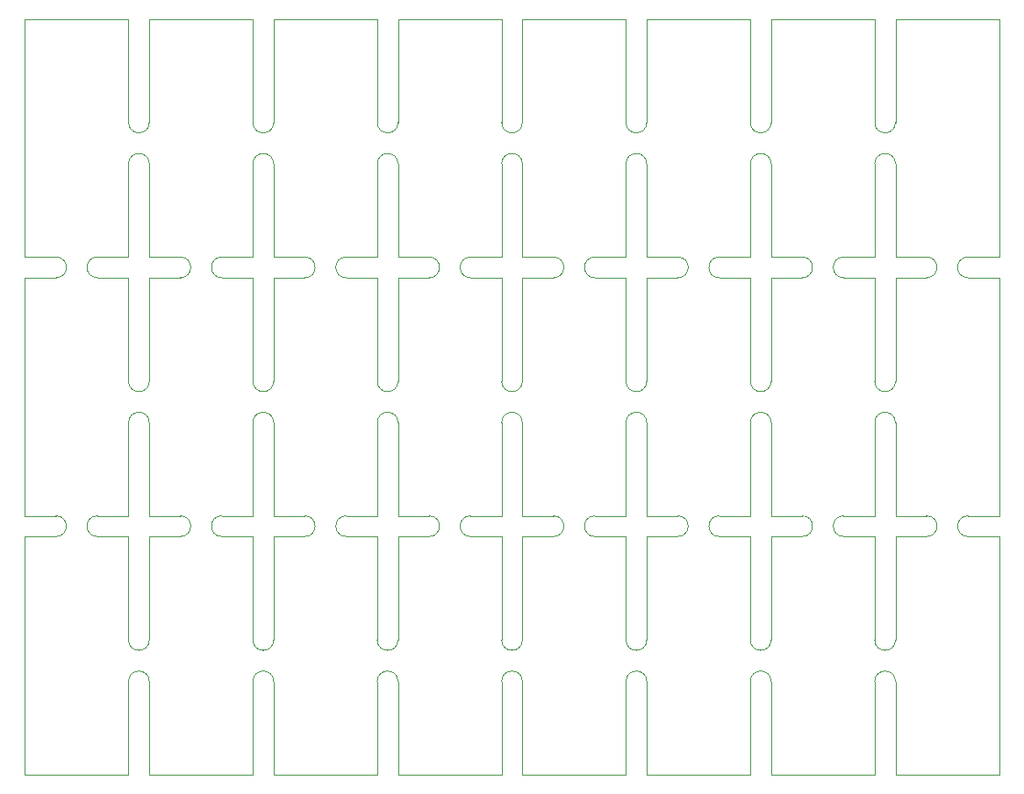
<source format=gbr>
%TF.GenerationSoftware,KiCad,Pcbnew,(6.0.0-0)*%
%TF.CreationDate,2022-11-30T22:12:17-05:00*%
%TF.ProjectId,AudioJack-Breakout,41756469-6f4a-4616-936b-2d427265616b,rev?*%
%TF.SameCoordinates,Original*%
%TF.FileFunction,Profile,NP*%
%FSLAX46Y46*%
G04 Gerber Fmt 4.6, Leading zero omitted, Abs format (unit mm)*
G04 Created by KiCad (PCBNEW (6.0.0-0)) date 2022-11-30 22:12:17*
%MOMM*%
%LPD*%
G01*
G04 APERTURE LIST*
%TA.AperFunction,Profile*%
%ADD10C,0.100000*%
%TD*%
G04 APERTURE END LIST*
D10*
X195000000Y-126000000D02*
X195000000Y-130000000D01*
X195000000Y-101000000D02*
X195000000Y-105000000D01*
X195000000Y-76000000D02*
X195000000Y-80000000D01*
X101000000Y-76000000D02*
X101000000Y-80000000D01*
X101000000Y-101000000D02*
X101000000Y-105000000D01*
X101000000Y-126000000D02*
X101000000Y-130000000D01*
X104000000Y-139000000D02*
X108000000Y-139000000D01*
X116000000Y-139000000D02*
X120000000Y-139000000D01*
X128000000Y-139000000D02*
X132000000Y-139000000D01*
X140000000Y-139000000D02*
X144000000Y-139000000D01*
X152000000Y-139000000D02*
X156000000Y-139000000D01*
X164000000Y-139000000D02*
X168000000Y-139000000D01*
X176000000Y-139000000D02*
X180000000Y-139000000D01*
X188000000Y-139000000D02*
X192000000Y-139000000D01*
X188000000Y-66000000D02*
X192000000Y-66000000D01*
X176000000Y-66000000D02*
X180000000Y-66000000D01*
X164000000Y-66000000D02*
X168000000Y-66000000D01*
X152000000Y-66000000D02*
X156000000Y-66000000D01*
X140000000Y-66000000D02*
X144000000Y-66000000D01*
X128000000Y-66000000D02*
X132000000Y-66000000D01*
X116000000Y-66000000D02*
X120000000Y-66000000D01*
X104000000Y-66000000D02*
X108000000Y-66000000D01*
X192000000Y-139000000D02*
X195000000Y-139000000D01*
X185000000Y-130000000D02*
X185000000Y-139000000D01*
X185000000Y-139000000D02*
X188000000Y-139000000D01*
X195000000Y-126000000D02*
X195000000Y-116000000D01*
X195000000Y-116000000D02*
X192000000Y-116000000D01*
X195000000Y-139000000D02*
X195000000Y-130000000D01*
X188000000Y-116000000D02*
X185000000Y-116000000D01*
X185000000Y-116000000D02*
X185000000Y-126000000D01*
X180000000Y-139000000D02*
X183000000Y-139000000D01*
X173000000Y-130000000D02*
X173000000Y-139000000D01*
X173000000Y-139000000D02*
X176000000Y-139000000D01*
X183000000Y-126000000D02*
X183000000Y-116000000D01*
X183000000Y-116000000D02*
X180000000Y-116000000D01*
X183000000Y-139000000D02*
X183000000Y-130000000D01*
X176000000Y-116000000D02*
X173000000Y-116000000D01*
X173000000Y-116000000D02*
X173000000Y-126000000D01*
X168000000Y-139000000D02*
X171000000Y-139000000D01*
X161000000Y-130000000D02*
X161000000Y-139000000D01*
X161000000Y-139000000D02*
X164000000Y-139000000D01*
X171000000Y-126000000D02*
X171000000Y-116000000D01*
X171000000Y-116000000D02*
X168000000Y-116000000D01*
X171000000Y-139000000D02*
X171000000Y-130000000D01*
X164000000Y-116000000D02*
X161000000Y-116000000D01*
X161000000Y-116000000D02*
X161000000Y-126000000D01*
X156000000Y-139000000D02*
X159000000Y-139000000D01*
X149000000Y-130000000D02*
X149000000Y-139000000D01*
X149000000Y-139000000D02*
X152000000Y-139000000D01*
X159000000Y-126000000D02*
X159000000Y-116000000D01*
X159000000Y-116000000D02*
X156000000Y-116000000D01*
X159000000Y-139000000D02*
X159000000Y-130000000D01*
X152000000Y-116000000D02*
X149000000Y-116000000D01*
X149000000Y-116000000D02*
X149000000Y-126000000D01*
X144000000Y-139000000D02*
X147000000Y-139000000D01*
X137000000Y-130000000D02*
X137000000Y-139000000D01*
X137000000Y-139000000D02*
X140000000Y-139000000D01*
X147000000Y-126000000D02*
X147000000Y-116000000D01*
X147000000Y-116000000D02*
X144000000Y-116000000D01*
X147000000Y-139000000D02*
X147000000Y-130000000D01*
X140000000Y-116000000D02*
X137000000Y-116000000D01*
X137000000Y-116000000D02*
X137000000Y-126000000D01*
X132000000Y-139000000D02*
X135000000Y-139000000D01*
X125000000Y-130000000D02*
X125000000Y-139000000D01*
X125000000Y-139000000D02*
X128000000Y-139000000D01*
X135000000Y-126000000D02*
X135000000Y-116000000D01*
X135000000Y-116000000D02*
X132000000Y-116000000D01*
X135000000Y-139000000D02*
X135000000Y-130000000D01*
X128000000Y-116000000D02*
X125000000Y-116000000D01*
X125000000Y-116000000D02*
X125000000Y-126000000D01*
X120000000Y-139000000D02*
X123000000Y-139000000D01*
X113000000Y-130000000D02*
X113000000Y-139000000D01*
X113000000Y-139000000D02*
X116000000Y-139000000D01*
X123000000Y-126000000D02*
X123000000Y-116000000D01*
X123000000Y-116000000D02*
X120000000Y-116000000D01*
X123000000Y-139000000D02*
X123000000Y-130000000D01*
X116000000Y-116000000D02*
X113000000Y-116000000D01*
X113000000Y-116000000D02*
X113000000Y-126000000D01*
X108000000Y-139000000D02*
X111000000Y-139000000D01*
X101000000Y-130000000D02*
X101000000Y-139000000D01*
X101000000Y-139000000D02*
X104000000Y-139000000D01*
X111000000Y-126000000D02*
X111000000Y-116000000D01*
X111000000Y-116000000D02*
X108000000Y-116000000D01*
X111000000Y-139000000D02*
X111000000Y-130000000D01*
X104000000Y-116000000D02*
X101000000Y-116000000D01*
X101000000Y-116000000D02*
X101000000Y-126000000D01*
X192000000Y-114000000D02*
X195000000Y-114000000D01*
X185000000Y-105000000D02*
X185000000Y-114000000D01*
X185000000Y-114000000D02*
X188000000Y-114000000D01*
X195000000Y-101000000D02*
X195000000Y-91000000D01*
X195000000Y-91000000D02*
X192000000Y-91000000D01*
X195000000Y-114000000D02*
X195000000Y-105000000D01*
X188000000Y-91000000D02*
X185000000Y-91000000D01*
X185000000Y-91000000D02*
X185000000Y-101000000D01*
X180000000Y-114000000D02*
X183000000Y-114000000D01*
X173000000Y-105000000D02*
X173000000Y-114000000D01*
X173000000Y-114000000D02*
X176000000Y-114000000D01*
X183000000Y-101000000D02*
X183000000Y-91000000D01*
X183000000Y-91000000D02*
X180000000Y-91000000D01*
X183000000Y-114000000D02*
X183000000Y-105000000D01*
X176000000Y-91000000D02*
X173000000Y-91000000D01*
X173000000Y-91000000D02*
X173000000Y-101000000D01*
X168000000Y-114000000D02*
X171000000Y-114000000D01*
X161000000Y-105000000D02*
X161000000Y-114000000D01*
X161000000Y-114000000D02*
X164000000Y-114000000D01*
X171000000Y-101000000D02*
X171000000Y-91000000D01*
X171000000Y-91000000D02*
X168000000Y-91000000D01*
X171000000Y-114000000D02*
X171000000Y-105000000D01*
X164000000Y-91000000D02*
X161000000Y-91000000D01*
X161000000Y-91000000D02*
X161000000Y-101000000D01*
X156000000Y-114000000D02*
X159000000Y-114000000D01*
X149000000Y-105000000D02*
X149000000Y-114000000D01*
X149000000Y-114000000D02*
X152000000Y-114000000D01*
X159000000Y-101000000D02*
X159000000Y-91000000D01*
X159000000Y-91000000D02*
X156000000Y-91000000D01*
X159000000Y-114000000D02*
X159000000Y-105000000D01*
X152000000Y-91000000D02*
X149000000Y-91000000D01*
X149000000Y-91000000D02*
X149000000Y-101000000D01*
X144000000Y-114000000D02*
X147000000Y-114000000D01*
X137000000Y-105000000D02*
X137000000Y-114000000D01*
X137000000Y-114000000D02*
X140000000Y-114000000D01*
X147000000Y-101000000D02*
X147000000Y-91000000D01*
X147000000Y-91000000D02*
X144000000Y-91000000D01*
X147000000Y-114000000D02*
X147000000Y-105000000D01*
X140000000Y-91000000D02*
X137000000Y-91000000D01*
X137000000Y-91000000D02*
X137000000Y-101000000D01*
X132000000Y-114000000D02*
X135000000Y-114000000D01*
X125000000Y-105000000D02*
X125000000Y-114000000D01*
X125000000Y-114000000D02*
X128000000Y-114000000D01*
X135000000Y-101000000D02*
X135000000Y-91000000D01*
X135000000Y-91000000D02*
X132000000Y-91000000D01*
X135000000Y-114000000D02*
X135000000Y-105000000D01*
X128000000Y-91000000D02*
X125000000Y-91000000D01*
X125000000Y-91000000D02*
X125000000Y-101000000D01*
X120000000Y-114000000D02*
X123000000Y-114000000D01*
X113000000Y-105000000D02*
X113000000Y-114000000D01*
X113000000Y-114000000D02*
X116000000Y-114000000D01*
X123000000Y-101000000D02*
X123000000Y-91000000D01*
X123000000Y-91000000D02*
X120000000Y-91000000D01*
X123000000Y-114000000D02*
X123000000Y-105000000D01*
X116000000Y-91000000D02*
X113000000Y-91000000D01*
X113000000Y-91000000D02*
X113000000Y-101000000D01*
X108000000Y-114000000D02*
X111000000Y-114000000D01*
X101000000Y-105000000D02*
X101000000Y-114000000D01*
X101000000Y-114000000D02*
X104000000Y-114000000D01*
X111000000Y-101000000D02*
X111000000Y-91000000D01*
X111000000Y-91000000D02*
X108000000Y-91000000D01*
X111000000Y-114000000D02*
X111000000Y-105000000D01*
X104000000Y-91000000D02*
X101000000Y-91000000D01*
X101000000Y-91000000D02*
X101000000Y-101000000D01*
X192000000Y-89000000D02*
X195000000Y-89000000D01*
X185000000Y-80000000D02*
X185000000Y-89000000D01*
X185000000Y-89000000D02*
X188000000Y-89000000D01*
X195000000Y-76000000D02*
X195000000Y-66000000D01*
X195000000Y-66000000D02*
X192000000Y-66000000D01*
X195000000Y-89000000D02*
X195000000Y-80000000D01*
X188000000Y-66000000D02*
X185000000Y-66000000D01*
X185000000Y-66000000D02*
X185000000Y-76000000D01*
X180000000Y-89000000D02*
X183000000Y-89000000D01*
X173000000Y-80000000D02*
X173000000Y-89000000D01*
X173000000Y-89000000D02*
X176000000Y-89000000D01*
X183000000Y-76000000D02*
X183000000Y-66000000D01*
X183000000Y-66000000D02*
X180000000Y-66000000D01*
X183000000Y-89000000D02*
X183000000Y-80000000D01*
X176000000Y-66000000D02*
X173000000Y-66000000D01*
X173000000Y-66000000D02*
X173000000Y-76000000D01*
X168000000Y-89000000D02*
X171000000Y-89000000D01*
X161000000Y-80000000D02*
X161000000Y-89000000D01*
X161000000Y-89000000D02*
X164000000Y-89000000D01*
X171000000Y-76000000D02*
X171000000Y-66000000D01*
X171000000Y-66000000D02*
X168000000Y-66000000D01*
X171000000Y-89000000D02*
X171000000Y-80000000D01*
X164000000Y-66000000D02*
X161000000Y-66000000D01*
X161000000Y-66000000D02*
X161000000Y-76000000D01*
X156000000Y-89000000D02*
X159000000Y-89000000D01*
X149000000Y-80000000D02*
X149000000Y-89000000D01*
X149000000Y-89000000D02*
X152000000Y-89000000D01*
X159000000Y-76000000D02*
X159000000Y-66000000D01*
X159000000Y-66000000D02*
X156000000Y-66000000D01*
X159000000Y-89000000D02*
X159000000Y-80000000D01*
X152000000Y-66000000D02*
X149000000Y-66000000D01*
X149000000Y-66000000D02*
X149000000Y-76000000D01*
X144000000Y-89000000D02*
X147000000Y-89000000D01*
X137000000Y-80000000D02*
X137000000Y-89000000D01*
X137000000Y-89000000D02*
X140000000Y-89000000D01*
X147000000Y-76000000D02*
X147000000Y-66000000D01*
X147000000Y-66000000D02*
X144000000Y-66000000D01*
X147000000Y-89000000D02*
X147000000Y-80000000D01*
X140000000Y-66000000D02*
X137000000Y-66000000D01*
X137000000Y-66000000D02*
X137000000Y-76000000D01*
X132000000Y-89000000D02*
X135000000Y-89000000D01*
X125000000Y-80000000D02*
X125000000Y-89000000D01*
X125000000Y-89000000D02*
X128000000Y-89000000D01*
X135000000Y-76000000D02*
X135000000Y-66000000D01*
X135000000Y-66000000D02*
X132000000Y-66000000D01*
X135000000Y-89000000D02*
X135000000Y-80000000D01*
X128000000Y-66000000D02*
X125000000Y-66000000D01*
X125000000Y-66000000D02*
X125000000Y-76000000D01*
X120000000Y-89000000D02*
X123000000Y-89000000D01*
X113000000Y-80000000D02*
X113000000Y-89000000D01*
X113000000Y-89000000D02*
X116000000Y-89000000D01*
X123000000Y-76000000D02*
X123000000Y-66000000D01*
X123000000Y-66000000D02*
X120000000Y-66000000D01*
X123000000Y-89000000D02*
X123000000Y-80000000D01*
X116000000Y-66000000D02*
X113000000Y-66000000D01*
X113000000Y-66000000D02*
X113000000Y-76000000D01*
X111000000Y-89000000D02*
X111000000Y-80000000D01*
X108000000Y-89000000D02*
X111000000Y-89000000D01*
X101000000Y-89000000D02*
X104000000Y-89000000D01*
X101000000Y-80000000D02*
X101000000Y-89000000D01*
X101000000Y-66000000D02*
X101000000Y-76000000D01*
X104000000Y-66000000D02*
X101000000Y-66000000D01*
X111000000Y-66000000D02*
X108000000Y-66000000D01*
X111000000Y-76000000D02*
X111000000Y-66000000D01*
%TO.C,mouse-bite-2mm-slot45*%
X185000000Y-130000000D02*
G75*
G03*
X183000000Y-130000000I-1000000J0D01*
G01*
X183000000Y-126000000D02*
G75*
G03*
X185000000Y-126000000I1000000J0D01*
G01*
%TO.C,mouse-bite-2mm-slot43*%
X173000000Y-130000000D02*
G75*
G03*
X171000000Y-130000000I-1000000J0D01*
G01*
X171000000Y-126000000D02*
G75*
G03*
X173000000Y-126000000I1000000J0D01*
G01*
%TO.C,mouse-bite-2mm-slot41*%
X161000000Y-130000000D02*
G75*
G03*
X159000000Y-130000000I-1000000J0D01*
G01*
X159000000Y-126000000D02*
G75*
G03*
X161000000Y-126000000I1000000J0D01*
G01*
%TO.C,mouse-bite-2mm-slot39*%
X149000000Y-130000000D02*
G75*
G03*
X147000000Y-130000000I-1000000J0D01*
G01*
X147000000Y-126000000D02*
G75*
G03*
X149000000Y-126000000I1000000J0D01*
G01*
%TO.C,mouse-bite-2mm-slot37*%
X137000000Y-130000000D02*
G75*
G03*
X135000000Y-130000000I-1000000J0D01*
G01*
X135000000Y-126000000D02*
G75*
G03*
X137000000Y-126000000I1000000J0D01*
G01*
%TO.C,mouse-bite-2mm-slot35*%
X125000000Y-130000000D02*
G75*
G03*
X123000000Y-130000000I-1000000J0D01*
G01*
X123000000Y-126000000D02*
G75*
G03*
X125000000Y-126000000I1000000J0D01*
G01*
%TO.C,mouse-bite-2mm-slot33*%
X113000000Y-130000000D02*
G75*
G03*
X111000000Y-130000000I-1000000J0D01*
G01*
X111000000Y-126000000D02*
G75*
G03*
X113000000Y-126000000I1000000J0D01*
G01*
%TO.C,mouse-bite-2mm-slot30*%
X192000000Y-114000000D02*
G75*
G03*
X192000000Y-116000000I0J-1000000D01*
G01*
X188000000Y-116000000D02*
G75*
G03*
X188000000Y-114000000I0J1000000D01*
G01*
%TO.C,mouse-bite-2mm-slot29*%
X185000000Y-105000000D02*
G75*
G03*
X183000000Y-105000000I-1000000J0D01*
G01*
X183000000Y-101000000D02*
G75*
G03*
X185000000Y-101000000I1000000J0D01*
G01*
%TO.C,mouse-bite-2mm-slot28*%
X180000000Y-114000000D02*
G75*
G03*
X180000000Y-116000000I0J-1000000D01*
G01*
X176000000Y-116000000D02*
G75*
G03*
X176000000Y-114000000I0J1000000D01*
G01*
%TO.C,mouse-bite-2mm-slot27*%
X173000000Y-105000000D02*
G75*
G03*
X171000000Y-105000000I-1000000J0D01*
G01*
X171000000Y-101000000D02*
G75*
G03*
X173000000Y-101000000I1000000J0D01*
G01*
%TO.C,mouse-bite-2mm-slot26*%
X168000000Y-114000000D02*
G75*
G03*
X168000000Y-116000000I0J-1000000D01*
G01*
X164000000Y-116000000D02*
G75*
G03*
X164000000Y-114000000I0J1000000D01*
G01*
%TO.C,mouse-bite-2mm-slot25*%
X161000000Y-105000000D02*
G75*
G03*
X159000000Y-105000000I-1000000J0D01*
G01*
X159000000Y-101000000D02*
G75*
G03*
X161000000Y-101000000I1000000J0D01*
G01*
%TO.C,mouse-bite-2mm-slot24*%
X156000000Y-114000000D02*
G75*
G03*
X156000000Y-116000000I0J-1000000D01*
G01*
X152000000Y-116000000D02*
G75*
G03*
X152000000Y-114000000I0J1000000D01*
G01*
%TO.C,mouse-bite-2mm-slot23*%
X149000000Y-105000000D02*
G75*
G03*
X147000000Y-105000000I-1000000J0D01*
G01*
X147000000Y-101000000D02*
G75*
G03*
X149000000Y-101000000I1000000J0D01*
G01*
%TO.C,mouse-bite-2mm-slot22*%
X144000000Y-114000000D02*
G75*
G03*
X144000000Y-116000000I0J-1000000D01*
G01*
X140000000Y-116000000D02*
G75*
G03*
X140000000Y-114000000I0J1000000D01*
G01*
%TO.C,mouse-bite-2mm-slot21*%
X137000000Y-105000000D02*
G75*
G03*
X135000000Y-105000000I-1000000J0D01*
G01*
X135000000Y-101000000D02*
G75*
G03*
X137000000Y-101000000I1000000J0D01*
G01*
%TO.C,mouse-bite-2mm-slot20*%
X132000000Y-114000000D02*
G75*
G03*
X132000000Y-116000000I0J-1000000D01*
G01*
X128000000Y-116000000D02*
G75*
G03*
X128000000Y-114000000I0J1000000D01*
G01*
%TO.C,mouse-bite-2mm-slot19*%
X125000000Y-105000000D02*
G75*
G03*
X123000000Y-105000000I-1000000J0D01*
G01*
X123000000Y-101000000D02*
G75*
G03*
X125000000Y-101000000I1000000J0D01*
G01*
%TO.C,mouse-bite-2mm-slot18*%
X120000000Y-114000000D02*
G75*
G03*
X120000000Y-116000000I0J-1000000D01*
G01*
X116000000Y-116000000D02*
G75*
G03*
X116000000Y-114000000I0J1000000D01*
G01*
%TO.C,mouse-bite-2mm-slot17*%
X113000000Y-105000000D02*
G75*
G03*
X111000000Y-105000000I-1000000J0D01*
G01*
X111000000Y-101000000D02*
G75*
G03*
X113000000Y-101000000I1000000J0D01*
G01*
%TO.C,mouse-bite-2mm-slot16*%
X108000000Y-114000000D02*
G75*
G03*
X108000000Y-116000000I0J-1000000D01*
G01*
X104000000Y-116000000D02*
G75*
G03*
X104000000Y-114000000I0J1000000D01*
G01*
%TO.C,mouse-bite-2mm-slot14*%
X192000000Y-89000000D02*
G75*
G03*
X192000000Y-91000000I0J-1000000D01*
G01*
X188000000Y-91000000D02*
G75*
G03*
X188000000Y-89000000I0J1000000D01*
G01*
%TO.C,mouse-bite-2mm-slot13*%
X185000000Y-80000000D02*
G75*
G03*
X183000000Y-80000000I-1000000J0D01*
G01*
X183000000Y-76000000D02*
G75*
G03*
X185000000Y-76000000I1000000J0D01*
G01*
%TO.C,mouse-bite-2mm-slot12*%
X180000000Y-89000000D02*
G75*
G03*
X180000000Y-91000000I0J-1000000D01*
G01*
X176000000Y-91000000D02*
G75*
G03*
X176000000Y-89000000I0J1000000D01*
G01*
%TO.C,mouse-bite-2mm-slot11*%
X173000000Y-80000000D02*
G75*
G03*
X171000000Y-80000000I-1000000J0D01*
G01*
X171000000Y-76000000D02*
G75*
G03*
X173000000Y-76000000I1000000J0D01*
G01*
%TO.C,mouse-bite-2mm-slot10*%
X168000000Y-89000000D02*
G75*
G03*
X168000000Y-91000000I0J-1000000D01*
G01*
X164000000Y-91000000D02*
G75*
G03*
X164000000Y-89000000I0J1000000D01*
G01*
%TO.C,mouse-bite-2mm-slot9*%
X161000000Y-80000000D02*
G75*
G03*
X159000000Y-80000000I-1000000J0D01*
G01*
X159000000Y-76000000D02*
G75*
G03*
X161000000Y-76000000I1000000J0D01*
G01*
%TO.C,mouse-bite-2mm-slot8*%
X156000000Y-89000000D02*
G75*
G03*
X156000000Y-91000000I0J-1000000D01*
G01*
X152000000Y-91000000D02*
G75*
G03*
X152000000Y-89000000I0J1000000D01*
G01*
%TO.C,mouse-bite-2mm-slot7*%
X149000000Y-80000000D02*
G75*
G03*
X147000000Y-80000000I-1000000J0D01*
G01*
X147000000Y-76000000D02*
G75*
G03*
X149000000Y-76000000I1000000J0D01*
G01*
%TO.C,mouse-bite-2mm-slot6*%
X144000000Y-89000000D02*
G75*
G03*
X144000000Y-91000000I0J-1000000D01*
G01*
X140000000Y-91000000D02*
G75*
G03*
X140000000Y-89000000I0J1000000D01*
G01*
%TO.C,mouse-bite-2mm-slot5*%
X137000000Y-80000000D02*
G75*
G03*
X135000000Y-80000000I-1000000J0D01*
G01*
X135000000Y-76000000D02*
G75*
G03*
X137000000Y-76000000I1000000J0D01*
G01*
%TO.C,mouse-bite-2mm-slot4*%
X132000000Y-89000000D02*
G75*
G03*
X132000000Y-91000000I0J-1000000D01*
G01*
X128000000Y-91000000D02*
G75*
G03*
X128000000Y-89000000I0J1000000D01*
G01*
%TO.C,mouse-bite-2mm-slot3*%
X125000000Y-80000000D02*
G75*
G03*
X123000000Y-80000000I-1000000J0D01*
G01*
X123000000Y-76000000D02*
G75*
G03*
X125000000Y-76000000I1000000J0D01*
G01*
%TO.C,mouse-bite-2mm-slot2*%
X120000000Y-89000000D02*
G75*
G03*
X120000000Y-91000000I0J-1000000D01*
G01*
X116000000Y-91000000D02*
G75*
G03*
X116000000Y-89000000I0J1000000D01*
G01*
%TO.C,mouse-bite-2mm-slot1*%
X108000000Y-89000000D02*
G75*
G03*
X108000000Y-91000000I0J-1000000D01*
G01*
X104000000Y-91000000D02*
G75*
G03*
X104000000Y-89000000I0J1000000D01*
G01*
X113000000Y-80000000D02*
G75*
G03*
X111000000Y-80000000I-1000000J0D01*
G01*
X111000000Y-76000000D02*
G75*
G03*
X113000000Y-76000000I1000000J0D01*
G01*
%TD*%
M02*

</source>
